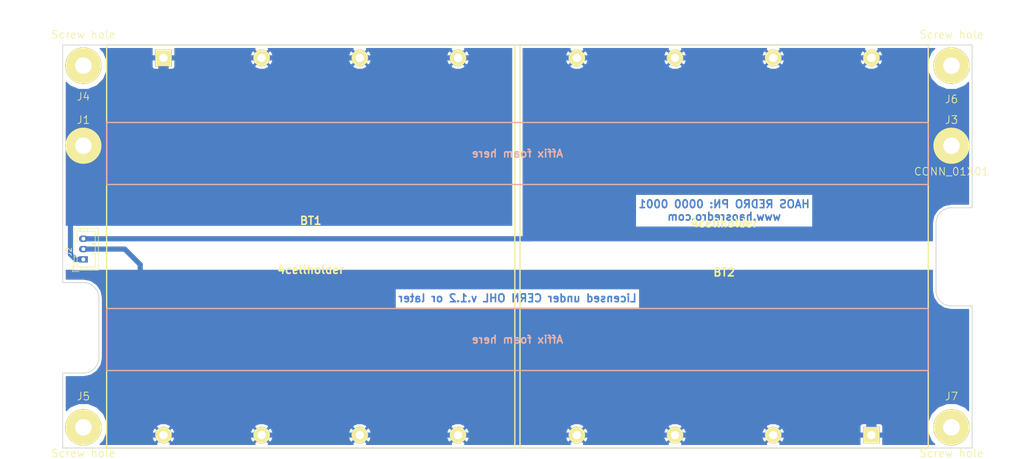
<source format=kicad_pcb>
(kicad_pcb (version 4) (host pcbnew 4.0.6)

  (general
    (links 18)
    (no_connects 0)
    (area 47.650001 52.8 249.85 141.475)
    (thickness 1.6)
    (drawings 32)
    (tracks 34)
    (zones 0)
    (modules 9)
    (nets 8)
  )

  (page A4)
  (layers
    (0 F.Cu signal)
    (31 B.Cu signal)
    (32 B.Adhes user)
    (33 F.Adhes user)
    (34 B.Paste user)
    (35 F.Paste user)
    (36 B.SilkS user)
    (37 F.SilkS user)
    (38 B.Mask user)
    (39 F.Mask user)
    (40 Dwgs.User user)
    (41 Cmts.User user)
    (42 Eco1.User user)
    (43 Eco2.User user)
    (44 Edge.Cuts user)
    (45 Margin user)
    (46 B.CrtYd user)
    (47 F.CrtYd user)
    (48 B.Fab user)
    (49 F.Fab user)
  )

  (setup
    (last_trace_width 0.25)
    (user_trace_width 0.5)
    (user_trace_width 1)
    (user_trace_width 2)
    (trace_clearance 0.2)
    (zone_clearance 0.508)
    (zone_45_only no)
    (trace_min 0.2)
    (segment_width 0.25)
    (edge_width 0.15)
    (via_size 0.6)
    (via_drill 0.4)
    (via_min_size 0.4)
    (via_min_drill 0.3)
    (uvia_size 0.3)
    (uvia_drill 0.1)
    (uvias_allowed no)
    (uvia_min_size 0.2)
    (uvia_min_drill 0.1)
    (pcb_text_width 0.3)
    (pcb_text_size 1.5 1.5)
    (mod_edge_width 0.15)
    (mod_text_size 1 1)
    (mod_text_width 0.15)
    (pad_size 7 7)
    (pad_drill 3.2)
    (pad_to_mask_clearance 0.2)
    (aux_axis_origin 0 0)
    (visible_elements 7FFFFFFF)
    (pcbplotparams
      (layerselection 0x01070_80000000)
      (usegerberextensions false)
      (excludeedgelayer true)
      (linewidth 0.100000)
      (plotframeref false)
      (viasonmask false)
      (mode 1)
      (useauxorigin false)
      (hpglpennumber 1)
      (hpglpenspeed 20)
      (hpglpendiameter 15)
      (hpglpenoverlay 2)
      (psnegative false)
      (psa4output false)
      (plotreference true)
      (plotvalue false)
      (plotinvisibletext false)
      (padsonsilk false)
      (subtractmaskfromsilk false)
      (outputformat 1)
      (mirror false)
      (drillshape 0)
      (scaleselection 1)
      (outputdirectory fab))
  )

  (net 0 "")
  (net 1 "Net-(BT1-Pad1)")
  (net 2 "Net-(BT1-Pad2)")
  (net 3 "Net-(BT2-Pad2)")
  (net 4 "Net-(J4-Pad1)")
  (net 5 "Net-(J5-Pad1)")
  (net 6 "Net-(J6-Pad1)")
  (net 7 "Net-(J7-Pad1)")

  (net_class Default "This is the default net class."
    (clearance 0.2)
    (trace_width 0.25)
    (via_dia 0.6)
    (via_drill 0.4)
    (uvia_dia 0.3)
    (uvia_drill 0.1)
    (add_net "Net-(BT1-Pad1)")
    (add_net "Net-(BT1-Pad2)")
    (add_net "Net-(BT2-Pad2)")
    (add_net "Net-(J4-Pad1)")
    (add_net "Net-(J5-Pad1)")
    (add_net "Net-(J6-Pad1)")
    (add_net "Net-(J7-Pad1)")
  )

  (module HR-parts:BH-81650-4-1 (layer F.Cu) (tedit 5AE19659) (tstamp 5AE19783)
    (at 188 100 180)
    (path /5A444C87)
    (fp_text reference BT2 (at 0 -5 180) (layer F.SilkS)
      (effects (font (thickness 0.3048)))
    )
    (fp_text value 4cellholder (at 0 4.5 180) (layer F.SilkS)
      (effects (font (thickness 0.3048)))
    )
    (fp_line (start 39.5 39) (end -39.5 39) (layer F.SilkS) (width 0.25))
    (fp_line (start -39.5 39) (end -39.5 -39) (layer F.SilkS) (width 0.25))
    (fp_line (start -39.5 -39) (end 39.5 -39) (layer F.SilkS) (width 0.25))
    (fp_line (start 39.5 -39) (end 39.5 39) (layer F.SilkS) (width 0.25))
    (pad 1 thru_hole rect (at -28.5 -36.5 180) (size 3.2 3.2) (drill 1.6) (layers *.Cu *.Mask F.SilkS)
      (net 2 "Net-(BT1-Pad2)"))
    (pad 3 thru_hole circle (at -9.5 -36.5 180) (size 3.2 3.2) (drill 1.6) (layers *.Cu *.Mask F.SilkS)
      (net 2 "Net-(BT1-Pad2)"))
    (pad 5 thru_hole circle (at 9.5 -36.5 180) (size 3.2 3.2) (drill 1.6) (layers *.Cu *.Mask F.SilkS)
      (net 2 "Net-(BT1-Pad2)"))
    (pad 7 thru_hole circle (at 28.5 -36.5 180) (size 3.2 3.2) (drill 1.6) (layers *.Cu *.Mask F.SilkS)
      (net 2 "Net-(BT1-Pad2)"))
    (pad 2 thru_hole circle (at -28.5 36.5 180) (size 3.2 3.2) (drill 1.6) (layers *.Cu *.Mask F.SilkS)
      (net 3 "Net-(BT2-Pad2)"))
    (pad 4 thru_hole circle (at -9.5 36.5 180) (size 3.2 3.2) (drill 1.6) (layers *.Cu *.Mask F.SilkS)
      (net 3 "Net-(BT2-Pad2)"))
    (pad 6 thru_hole circle (at 9.5 36.5 180) (size 3.2 3.2) (drill 1.6) (layers *.Cu *.Mask F.SilkS)
      (net 3 "Net-(BT2-Pad2)"))
    (pad 8 thru_hole circle (at 28.5 36.5 180) (size 3.2 3.2) (drill 1.6) (layers *.Cu *.Mask F.SilkS)
      (net 3 "Net-(BT2-Pad2)"))
  )

  (module Connectors_JST:JST_PH_B3B-PH-K_03x2.00mm_Straight (layer F.Cu) (tedit 58D3FE4F) (tstamp 5A44C3AC)
    (at 64 102.5 90)
    (descr "JST PH series connector, B3B-PH-K, top entry type, through hole, Datasheet: http://www.jst-mfg.com/product/pdf/eng/ePH.pdf")
    (tags "connector jst ph")
    (path /5A44C452)
    (fp_text reference J2 (at 1.5 -2.8 90) (layer F.SilkS)
      (effects (font (size 1 1) (thickness 0.15)))
    )
    (fp_text value CONN_01X03 (at 2 3.8 90) (layer F.Fab)
      (effects (font (size 1 1) (thickness 0.15)))
    )
    (fp_line (start -2.05 -1.8) (end -2.05 2.9) (layer F.SilkS) (width 0.12))
    (fp_line (start -2.05 2.9) (end 6.05 2.9) (layer F.SilkS) (width 0.12))
    (fp_line (start 6.05 2.9) (end 6.05 -1.8) (layer F.SilkS) (width 0.12))
    (fp_line (start 6.05 -1.8) (end -2.05 -1.8) (layer F.SilkS) (width 0.12))
    (fp_line (start 0.5 -1.8) (end 0.5 -1.2) (layer F.SilkS) (width 0.12))
    (fp_line (start 0.5 -1.2) (end -1.45 -1.2) (layer F.SilkS) (width 0.12))
    (fp_line (start -1.45 -1.2) (end -1.45 2.3) (layer F.SilkS) (width 0.12))
    (fp_line (start -1.45 2.3) (end 5.45 2.3) (layer F.SilkS) (width 0.12))
    (fp_line (start 5.45 2.3) (end 5.45 -1.2) (layer F.SilkS) (width 0.12))
    (fp_line (start 5.45 -1.2) (end 3.5 -1.2) (layer F.SilkS) (width 0.12))
    (fp_line (start 3.5 -1.2) (end 3.5 -1.8) (layer F.SilkS) (width 0.12))
    (fp_line (start -2.05 -0.5) (end -1.45 -0.5) (layer F.SilkS) (width 0.12))
    (fp_line (start -2.05 0.8) (end -1.45 0.8) (layer F.SilkS) (width 0.12))
    (fp_line (start 6.05 -0.5) (end 5.45 -0.5) (layer F.SilkS) (width 0.12))
    (fp_line (start 6.05 0.8) (end 5.45 0.8) (layer F.SilkS) (width 0.12))
    (fp_line (start -0.3 -1.8) (end -0.3 -2) (layer F.SilkS) (width 0.12))
    (fp_line (start -0.3 -2) (end -0.6 -2) (layer F.SilkS) (width 0.12))
    (fp_line (start -0.6 -2) (end -0.6 -1.8) (layer F.SilkS) (width 0.12))
    (fp_line (start -0.3 -1.9) (end -0.6 -1.9) (layer F.SilkS) (width 0.12))
    (fp_line (start 0.9 2.3) (end 0.9 1.8) (layer F.SilkS) (width 0.12))
    (fp_line (start 0.9 1.8) (end 1.1 1.8) (layer F.SilkS) (width 0.12))
    (fp_line (start 1.1 1.8) (end 1.1 2.3) (layer F.SilkS) (width 0.12))
    (fp_line (start 1 2.3) (end 1 1.8) (layer F.SilkS) (width 0.12))
    (fp_line (start 2.9 2.3) (end 2.9 1.8) (layer F.SilkS) (width 0.12))
    (fp_line (start 2.9 1.8) (end 3.1 1.8) (layer F.SilkS) (width 0.12))
    (fp_line (start 3.1 1.8) (end 3.1 2.3) (layer F.SilkS) (width 0.12))
    (fp_line (start 3 2.3) (end 3 1.8) (layer F.SilkS) (width 0.12))
    (fp_line (start -1.1 -2.1) (end -2.35 -2.1) (layer F.SilkS) (width 0.12))
    (fp_line (start -2.35 -2.1) (end -2.35 -0.85) (layer F.SilkS) (width 0.12))
    (fp_line (start -1.1 -2.1) (end -2.35 -2.1) (layer F.Fab) (width 0.1))
    (fp_line (start -2.35 -2.1) (end -2.35 -0.85) (layer F.Fab) (width 0.1))
    (fp_line (start -1.95 -1.7) (end -1.95 2.8) (layer F.Fab) (width 0.1))
    (fp_line (start -1.95 2.8) (end 5.95 2.8) (layer F.Fab) (width 0.1))
    (fp_line (start 5.95 2.8) (end 5.95 -1.7) (layer F.Fab) (width 0.1))
    (fp_line (start 5.95 -1.7) (end -1.95 -1.7) (layer F.Fab) (width 0.1))
    (fp_line (start -2.45 -2.2) (end -2.45 3.3) (layer F.CrtYd) (width 0.05))
    (fp_line (start -2.45 3.3) (end 6.45 3.3) (layer F.CrtYd) (width 0.05))
    (fp_line (start 6.45 3.3) (end 6.45 -2.2) (layer F.CrtYd) (width 0.05))
    (fp_line (start 6.45 -2.2) (end -2.45 -2.2) (layer F.CrtYd) (width 0.05))
    (fp_text user %R (at 2 1.5 90) (layer F.Fab)
      (effects (font (size 1 1) (thickness 0.15)))
    )
    (pad 1 thru_hole rect (at 0 0 90) (size 1.2 1.7) (drill 0.75) (layers *.Cu *.Mask)
      (net 1 "Net-(BT1-Pad1)"))
    (pad 2 thru_hole oval (at 2 0 90) (size 1.2 1.7) (drill 0.75) (layers *.Cu *.Mask)
      (net 2 "Net-(BT1-Pad2)"))
    (pad 3 thru_hole oval (at 4 0 90) (size 1.2 1.7) (drill 0.75) (layers *.Cu *.Mask)
      (net 3 "Net-(BT2-Pad2)"))
    (model ${KISYS3DMOD}/Connectors_JST.3dshapes/JST_PH_B3B-PH-K_03x2.00mm_Straight.wrl
      (at (xyz 0 0 0))
      (scale (xyz 1 1 1))
      (rotate (xyz 0 0 0))
    )
  )

  (module HR-parts:BH-81650-4-1 (layer F.Cu) (tedit 5AE19659) (tstamp 5AE19773)
    (at 108 100)
    (path /5A444C0A)
    (fp_text reference BT1 (at 0 -5) (layer F.SilkS)
      (effects (font (thickness 0.3048)))
    )
    (fp_text value 4cellholder (at 0 4.5) (layer F.SilkS)
      (effects (font (thickness 0.3048)))
    )
    (fp_line (start 39.5 39) (end -39.5 39) (layer F.SilkS) (width 0.25))
    (fp_line (start -39.5 39) (end -39.5 -39) (layer F.SilkS) (width 0.25))
    (fp_line (start -39.5 -39) (end 39.5 -39) (layer F.SilkS) (width 0.25))
    (fp_line (start 39.5 -39) (end 39.5 39) (layer F.SilkS) (width 0.25))
    (pad 1 thru_hole rect (at -28.5 -36.5) (size 3.2 3.2) (drill 1.6) (layers *.Cu *.Mask F.SilkS)
      (net 1 "Net-(BT1-Pad1)"))
    (pad 3 thru_hole circle (at -9.5 -36.5) (size 3.2 3.2) (drill 1.6) (layers *.Cu *.Mask F.SilkS)
      (net 1 "Net-(BT1-Pad1)"))
    (pad 5 thru_hole circle (at 9.5 -36.5) (size 3.2 3.2) (drill 1.6) (layers *.Cu *.Mask F.SilkS)
      (net 1 "Net-(BT1-Pad1)"))
    (pad 7 thru_hole circle (at 28.5 -36.5) (size 3.2 3.2) (drill 1.6) (layers *.Cu *.Mask F.SilkS)
      (net 1 "Net-(BT1-Pad1)"))
    (pad 2 thru_hole circle (at -28.5 36.5) (size 3.2 3.2) (drill 1.6) (layers *.Cu *.Mask F.SilkS)
      (net 2 "Net-(BT1-Pad2)"))
    (pad 4 thru_hole circle (at -9.5 36.5) (size 3.2 3.2) (drill 1.6) (layers *.Cu *.Mask F.SilkS)
      (net 2 "Net-(BT1-Pad2)"))
    (pad 6 thru_hole circle (at 9.5 36.5) (size 3.2 3.2) (drill 1.6) (layers *.Cu *.Mask F.SilkS)
      (net 2 "Net-(BT1-Pad2)"))
    (pad 8 thru_hole circle (at 28.5 36.5) (size 3.2 3.2) (drill 1.6) (layers *.Cu *.Mask F.SilkS)
      (net 2 "Net-(BT1-Pad2)"))
  )

  (module HR-parts:MH-H3.2-P7 (layer F.Cu) (tedit 5AE1D4B4) (tstamp 5AE19784)
    (at 64 80.5)
    (path /5A44B7EB)
    (fp_text reference J1 (at 0 -5) (layer F.SilkS)
      (effects (font (size 1.5 1.5) (thickness 0.15)))
    )
    (fp_text value CONN_01X01 (at 0 5) (layer F.SilkS) hide
      (effects (font (size 1.5 1.5) (thickness 0.15)))
    )
    (pad 1 thru_hole circle (at 0 0) (size 7 7) (drill 3.2) (layers *.Cu *.Mask F.SilkS)
      (net 1 "Net-(BT1-Pad1)") (zone_connect 2))
  )

  (module HR-parts:MH-H3.2-P7 (layer F.Cu) (tedit 5AE1D4A7) (tstamp 5AE19788)
    (at 232 80.5)
    (path /5A44B860)
    (fp_text reference J3 (at 0 -5) (layer F.SilkS)
      (effects (font (size 1.5 1.5) (thickness 0.15)))
    )
    (fp_text value CONN_01X01 (at 0 5) (layer F.SilkS)
      (effects (font (size 1.5 1.5) (thickness 0.15)))
    )
    (pad 1 thru_hole circle (at 0 0) (size 7 7) (drill 3.2) (layers *.Cu *.Mask F.SilkS)
      (net 3 "Net-(BT2-Pad2)") (zone_connect 2))
  )

  (module HR-parts:MH-H3.2-P7 (layer F.Cu) (tedit 5AE1EC0D) (tstamp 5AE1978C)
    (at 64 65)
    (path /5A44510A)
    (fp_text reference J4 (at 0 6) (layer F.SilkS)
      (effects (font (size 1.5 1.5) (thickness 0.15)))
    )
    (fp_text value "Screw hole" (at 0 -6) (layer F.SilkS)
      (effects (font (size 1.5 1.5) (thickness 0.15)))
    )
    (pad 1 thru_hole circle (at 0 0) (size 7 7) (drill 3.2) (layers *.Cu *.Mask F.SilkS)
      (net 4 "Net-(J4-Pad1)") (clearance 1))
  )

  (module HR-parts:MH-H3.2-P7 (layer F.Cu) (tedit 5AE1EC11) (tstamp 5AE19790)
    (at 64 135)
    (path /5A44526D)
    (fp_text reference J5 (at 0 -6) (layer F.SilkS)
      (effects (font (size 1.5 1.5) (thickness 0.15)))
    )
    (fp_text value "Screw hole" (at 0 5) (layer F.SilkS)
      (effects (font (size 1.5 1.5) (thickness 0.15)))
    )
    (pad 1 thru_hole circle (at 0 0) (size 7 7) (drill 3.2) (layers *.Cu *.Mask F.SilkS)
      (net 5 "Net-(J5-Pad1)") (clearance 1))
  )

  (module HR-parts:MH-H3.2-P7 (layer F.Cu) (tedit 5AE1EC1F) (tstamp 5AE19794)
    (at 232 65)
    (path /5A4452C6)
    (fp_text reference J6 (at 0 6.5) (layer F.SilkS)
      (effects (font (size 1.5 1.5) (thickness 0.15)))
    )
    (fp_text value "Screw hole" (at 0 -6) (layer F.SilkS)
      (effects (font (size 1.5 1.5) (thickness 0.15)))
    )
    (pad 1 thru_hole circle (at 0 0) (size 7 7) (drill 3.2) (layers *.Cu *.Mask F.SilkS)
      (net 6 "Net-(J6-Pad1)") (clearance 1))
  )

  (module HR-parts:MH-H3.2-P7 (layer F.Cu) (tedit 5AE1EC15) (tstamp 5AE19798)
    (at 232 135)
    (path /5A44531F)
    (fp_text reference J7 (at 0 -6) (layer F.SilkS)
      (effects (font (size 1.5 1.5) (thickness 0.15)))
    )
    (fp_text value "Screw hole" (at 0 5) (layer F.SilkS)
      (effects (font (size 1.5 1.5) (thickness 0.15)))
    )
    (pad 1 thru_hole circle (at 0 0) (size 7 7) (drill 3.2) (layers *.Cu *.Mask F.SilkS)
      (net 7 "Net-(J7-Pad1)") (clearance 1))
  )

  (dimension 15.5 (width 0.3) (layer Dwgs.User)
    (gr_text "15.500 mm" (at 54.15 72.75 270) (layer Dwgs.User)
      (effects (font (size 1.5 1.5) (thickness 0.3)))
    )
    (feature1 (pts (xy 64 80.5) (xy 52.8 80.5)))
    (feature2 (pts (xy 64 65) (xy 52.8 65)))
    (crossbar (pts (xy 55.5 65) (xy 55.5 80.5)))
    (arrow1a (pts (xy 55.5 80.5) (xy 54.913579 79.373496)))
    (arrow1b (pts (xy 55.5 80.5) (xy 56.086421 79.373496)))
    (arrow2a (pts (xy 55.5 65) (xy 54.913579 66.126504)))
    (arrow2b (pts (xy 55.5 65) (xy 56.086421 66.126504)))
  )
  (gr_line (start 68.5 76) (end 68.5 88) (angle 90) (layer B.SilkS) (width 0.25))
  (gr_text "Affix foam here" (at 148 118) (layer B.SilkS)
    (effects (font (size 1.5 1.5) (thickness 0.3)) (justify mirror))
  )
  (gr_line (start 227.5 124) (end 227.5 112) (angle 90) (layer B.SilkS) (width 0.25))
  (gr_line (start 68.5 124) (end 227.5 124) (angle 90) (layer B.SilkS) (width 0.25))
  (gr_line (start 68.5 112) (end 227.5 112) (angle 90) (layer B.SilkS) (width 0.25))
  (gr_line (start 68.5 124) (end 68.5 112) (angle 90) (layer B.SilkS) (width 0.25))
  (gr_text "Affix foam here" (at 148 82) (layer B.SilkS)
    (effects (font (size 1.5 1.5) (thickness 0.3)) (justify mirror))
  )
  (gr_line (start 227.5 88) (end 227.5 76) (angle 90) (layer B.SilkS) (width 0.25))
  (gr_line (start 68.5 88) (end 227.5 88) (angle 90) (layer B.SilkS) (width 0.25))
  (gr_line (start 68.5 76) (end 227.5 76) (angle 90) (layer B.SilkS) (width 0.25))
  (dimension 176 (width 0.3) (layer Dwgs.User)
    (gr_text "176.000 mm" (at 148 54.15) (layer Dwgs.User)
      (effects (font (size 1.5 1.5) (thickness 0.3)))
    )
    (feature1 (pts (xy 236 61) (xy 236 52.8)))
    (feature2 (pts (xy 60 61) (xy 60 52.8)))
    (crossbar (pts (xy 60 55.5) (xy 236 55.5)))
    (arrow1a (pts (xy 236 55.5) (xy 234.873496 56.086421)))
    (arrow1b (pts (xy 236 55.5) (xy 234.873496 54.913579)))
    (arrow2a (pts (xy 60 55.5) (xy 61.126504 56.086421)))
    (arrow2b (pts (xy 60 55.5) (xy 61.126504 54.913579)))
  )
  (dimension 78 (width 0.3) (layer Dwgs.User)
    (gr_text "78.000 mm" (at 243.35 100 270) (layer Dwgs.User)
      (effects (font (size 1.5 1.5) (thickness 0.3)))
    )
    (feature1 (pts (xy 236 139) (xy 244.7 139)))
    (feature2 (pts (xy 236 61) (xy 244.7 61)))
    (crossbar (pts (xy 242 61) (xy 242 139)))
    (arrow1a (pts (xy 242 139) (xy 241.413579 137.873496)))
    (arrow1b (pts (xy 242 139) (xy 242.586421 137.873496)))
    (arrow2a (pts (xy 242 61) (xy 241.413579 62.126504)))
    (arrow2b (pts (xy 242 61) (xy 242.586421 62.126504)))
  )
  (gr_line (start 60 61) (end 60 107) (angle 90) (layer Edge.Cuts) (width 0.15))
  (gr_line (start 236 61) (end 60 61) (angle 90) (layer Edge.Cuts) (width 0.15))
  (gr_line (start 236 92.5) (end 236 61) (angle 90) (layer Edge.Cuts) (width 0.15))
  (gr_line (start 236 111.5) (end 236 139) (angle 90) (layer Edge.Cuts) (width 0.15))
  (gr_line (start 60 139) (end 60 124.5) (angle 90) (layer Edge.Cuts) (width 0.15))
  (gr_line (start 236 139) (end 60 139) (angle 90) (layer Edge.Cuts) (width 0.15))
  (gr_line (start 232 92.5) (end 236 92.5) (angle 90) (layer Edge.Cuts) (width 0.15))
  (gr_line (start 229 108.5) (end 229 95.5) (angle 90) (layer Edge.Cuts) (width 0.15))
  (gr_line (start 232 111.5) (end 236 111.5) (angle 90) (layer Edge.Cuts) (width 0.15))
  (gr_arc (start 232 95.5) (end 229 95.5) (angle 90) (layer Edge.Cuts) (width 0.15))
  (gr_arc (start 232 108.5) (end 232 111.5) (angle 90) (layer Edge.Cuts) (width 0.15))
  (gr_text "Licensed under CERN OHL v.1.2 or later" (at 148 110) (layer B.Cu)
    (effects (font (size 1.5 1.5) (thickness 0.3)) (justify mirror))
  )
  (gr_text "HAOS REDRO PN: 0000 0001\nwww.haosredro.com" (at 188 93) (layer B.Cu)
    (effects (font (size 1.5 1.5) (thickness 0.3)) (justify mirror))
  )
  (gr_line (start 60 124.5) (end 64 124.5) (angle 90) (layer Edge.Cuts) (width 0.15))
  (gr_line (start 67 110) (end 67 121.5) (angle 90) (layer Edge.Cuts) (width 0.15))
  (gr_line (start 60 107) (end 64 107) (angle 90) (layer Edge.Cuts) (width 0.15))
  (gr_arc (start 64 121.5) (end 67 121.5) (angle 90) (layer Edge.Cuts) (width 0.15))
  (gr_arc (start 64 110) (end 64 107) (angle 90) (layer Edge.Cuts) (width 0.15))
  (gr_line (start 64 80.5) (end 232 80.5) (angle 90) (layer Dwgs.User) (width 0.2))

  (segment (start 79.5 63.5) (end 79.5 67.5) (width 2) (layer B.Cu) (net 1))
  (segment (start 64 102.5) (end 62.5 102.5) (width 1) (layer B.Cu) (net 1))
  (segment (start 75 63.5) (end 78.5 63.5) (width 1) (layer B.Cu) (net 1) (tstamp 5A44C9AF))
  (segment (start 75 90) (end 75 63.5) (width 1) (layer B.Cu) (net 1) (tstamp 5A44C9A9))
  (segment (start 72 93) (end 75 90) (width 1) (layer B.Cu) (net 1) (tstamp 5A44C9A1))
  (segment (start 63.5 93) (end 72 93) (width 1) (layer B.Cu) (net 1) (tstamp 5A44C99F))
  (segment (start 61.5 95) (end 63.5 93) (width 1) (layer B.Cu) (net 1) (tstamp 5A44C998))
  (segment (start 61.5 101.5) (end 61.5 95) (width 1) (layer B.Cu) (net 1) (tstamp 5A44C995))
  (segment (start 62.5 102.5) (end 61.5 101.5) (width 1) (layer B.Cu) (net 1) (tstamp 5A44C992))
  (segment (start 78.5 63.5) (end 98 63.5) (width 1) (layer B.Cu) (net 1) (tstamp 5A44C9B1))
  (segment (start 98 63.5) (end 118 63.5) (width 1) (layer B.Cu) (net 1) (tstamp 5A44C9B3))
  (segment (start 118 63.5) (end 137.5 63.5) (width 1) (layer B.Cu) (net 1) (tstamp 5A44C9B4))
  (segment (start 137.5 63.5) (end 142.5 63.5) (width 1) (layer B.Cu) (net 1) (tstamp 5A44C9B6))
  (segment (start 216.5 136.5) (end 216.5 132.5) (width 2) (layer B.Cu) (net 2))
  (segment (start 64 100.5) (end 72 100.5) (width 1) (layer B.Cu) (net 2))
  (segment (start 75 136.5) (end 78.5 136.5) (width 1) (layer B.Cu) (net 2))
  (segment (start 75 103.5) (end 75 136.5) (width 1) (layer B.Cu) (net 2) (tstamp 5A44C962))
  (segment (start 72 100.5) (end 75 103.5) (width 1) (layer B.Cu) (net 2) (tstamp 5A44C958))
  (segment (start 78.5 136.5) (end 98 136.5) (width 1) (layer B.Cu) (net 2) (tstamp 5A44C939))
  (segment (start 98 136.5) (end 118 136.5) (width 1) (layer B.Cu) (net 2) (tstamp 5A44C93B))
  (segment (start 118 136.5) (end 137.5 136.5) (width 1) (layer B.Cu) (net 2) (tstamp 5A44C93E))
  (segment (start 137.5 136.5) (end 158.5 136.5) (width 1) (layer B.Cu) (net 2) (tstamp 5A44C940) (status 20))
  (segment (start 158.5 136.5) (end 178 136.5) (width 1) (layer B.Cu) (net 2) (tstamp 5A44C943) (status 30))
  (segment (start 178 136.5) (end 198 136.5) (width 1) (layer B.Cu) (net 2) (tstamp 5A44C945) (status 30))
  (segment (start 198 136.5) (end 217.5 136.5) (width 1) (layer B.Cu) (net 2) (tstamp 5A44C947) (status 30))
  (segment (start 217.5 136.5) (end 221.5 136.5) (width 1) (layer B.Cu) (net 2) (tstamp 5A44C94A) (status 10))
  (segment (start 64 98.5) (end 150.5 98.5) (width 1) (layer B.Cu) (net 3))
  (segment (start 155.5 63.5) (end 178 63.5) (width 1) (layer B.Cu) (net 3) (tstamp 5A44C980) (status 20))
  (segment (start 154 65) (end 155.5 63.5) (width 1) (layer B.Cu) (net 3) (tstamp 5A44C97B))
  (segment (start 154 95) (end 154 65) (width 1) (layer B.Cu) (net 3) (tstamp 5A44C976))
  (segment (start 150.5 98.5) (end 154 95) (width 1) (layer B.Cu) (net 3) (tstamp 5A44C970))
  (segment (start 178 63.5) (end 198 63.5) (width 1) (layer B.Cu) (net 3) (tstamp 5A44C981) (status 30))
  (segment (start 198 63.5) (end 217.5 63.5) (width 1) (layer B.Cu) (net 3) (tstamp 5A44C982) (status 30))
  (segment (start 217.5 63.5) (end 221.5 63.5) (width 1) (layer B.Cu) (net 3) (tstamp 5A44C984) (status 10))

  (zone (net 1) (net_name "Net-(BT1-Pad1)") (layer B.Cu) (tstamp 5A44C664) (hatch edge 0.508)
    (connect_pads (clearance 0.508))
    (min_thickness 0.254)
    (fill yes (arc_segments 16) (thermal_gap 0.508) (thermal_bridge_width 0.508))
    (polygon
      (pts
        (xy 60 96) (xy 60 61) (xy 147 61) (xy 147 96)
      )
    )
    (filled_polygon
      (pts
        (xy 77.265 61.77369) (xy 77.265 63.21425) (xy 77.42375 63.373) (xy 79.373 63.373) (xy 79.373 63.353)
        (xy 79.627 63.353) (xy 79.627 63.373) (xy 81.57625 63.373) (xy 81.735 63.21425) (xy 81.735 63.092346)
        (xy 96.257974 63.092346) (xy 96.272635 63.981363) (xy 96.58464 64.73461) (xy 96.913798 64.906597) (xy 98.320395 63.5)
        (xy 98.679605 63.5) (xy 100.086202 64.906597) (xy 100.41536 64.73461) (xy 100.742026 63.907654) (xy 100.728581 63.092346)
        (xy 115.257974 63.092346) (xy 115.272635 63.981363) (xy 115.58464 64.73461) (xy 115.913798 64.906597) (xy 117.320395 63.5)
        (xy 117.679605 63.5) (xy 119.086202 64.906597) (xy 119.41536 64.73461) (xy 119.742026 63.907654) (xy 119.728581 63.092346)
        (xy 134.257974 63.092346) (xy 134.272635 63.981363) (xy 134.58464 64.73461) (xy 134.913798 64.906597) (xy 136.320395 63.5)
        (xy 136.679605 63.5) (xy 138.086202 64.906597) (xy 138.41536 64.73461) (xy 138.742026 63.907654) (xy 138.727365 63.018637)
        (xy 138.41536 62.26539) (xy 138.086202 62.093403) (xy 136.679605 63.5) (xy 136.320395 63.5) (xy 134.913798 62.093403)
        (xy 134.58464 62.26539) (xy 134.257974 63.092346) (xy 119.728581 63.092346) (xy 119.727365 63.018637) (xy 119.41536 62.26539)
        (xy 119.086202 62.093403) (xy 117.679605 63.5) (xy 117.320395 63.5) (xy 115.913798 62.093403) (xy 115.58464 62.26539)
        (xy 115.257974 63.092346) (xy 100.728581 63.092346) (xy 100.727365 63.018637) (xy 100.41536 62.26539) (xy 100.086202 62.093403)
        (xy 98.679605 63.5) (xy 98.320395 63.5) (xy 96.913798 62.093403) (xy 96.58464 62.26539) (xy 96.257974 63.092346)
        (xy 81.735 63.092346) (xy 81.735 61.77369) (xy 81.708619 61.71) (xy 97.199889 61.71) (xy 97.093403 61.913798)
        (xy 98.5 63.320395) (xy 99.906597 61.913798) (xy 99.800111 61.71) (xy 116.199889 61.71) (xy 116.093403 61.913798)
        (xy 117.5 63.320395) (xy 118.906597 61.913798) (xy 118.800111 61.71) (xy 135.199889 61.71) (xy 135.093403 61.913798)
        (xy 136.5 63.320395) (xy 137.906597 61.913798) (xy 137.800111 61.71) (xy 146.873 61.71) (xy 146.873 95.873)
        (xy 60.71 95.873) (xy 60.71 68.253537) (xy 61.375593 68.920292) (xy 63.075595 69.626195) (xy 64.916329 69.627801)
        (xy 66.617561 68.924867) (xy 67.920292 67.624407) (xy 68.626195 65.924405) (xy 68.627801 64.083671) (xy 68.504703 63.78575)
        (xy 77.265 63.78575) (xy 77.265 65.22631) (xy 77.361673 65.459699) (xy 77.540302 65.638327) (xy 77.773691 65.735)
        (xy 79.21425 65.735) (xy 79.373 65.57625) (xy 79.373 63.627) (xy 79.627 63.627) (xy 79.627 65.57625)
        (xy 79.78575 65.735) (xy 81.226309 65.735) (xy 81.459698 65.638327) (xy 81.638327 65.459699) (xy 81.735 65.22631)
        (xy 81.735 65.086202) (xy 97.093403 65.086202) (xy 97.26539 65.41536) (xy 98.092346 65.742026) (xy 98.981363 65.727365)
        (xy 99.73461 65.41536) (xy 99.906597 65.086202) (xy 116.093403 65.086202) (xy 116.26539 65.41536) (xy 117.092346 65.742026)
        (xy 117.981363 65.727365) (xy 118.73461 65.41536) (xy 118.906597 65.086202) (xy 135.093403 65.086202) (xy 135.26539 65.41536)
        (xy 136.092346 65.742026) (xy 136.981363 65.727365) (xy 137.73461 65.41536) (xy 137.906597 65.086202) (xy 136.5 63.679605)
        (xy 135.093403 65.086202) (xy 118.906597 65.086202) (xy 117.5 63.679605) (xy 116.093403 65.086202) (xy 99.906597 65.086202)
        (xy 98.5 63.679605) (xy 97.093403 65.086202) (xy 81.735 65.086202) (xy 81.735 63.78575) (xy 81.57625 63.627)
        (xy 79.627 63.627) (xy 79.373 63.627) (xy 77.42375 63.627) (xy 77.265 63.78575) (xy 68.504703 63.78575)
        (xy 67.924867 62.382439) (xy 67.2536 61.71) (xy 77.291381 61.71)
      )
    )
  )
  (zone (net 2) (net_name "Net-(BT1-Pad2)") (layer B.Cu) (tstamp 5A44C697) (hatch edge 0.508)
    (connect_pads (clearance 0.508))
    (min_thickness 0.254)
    (fill yes (arc_segments 16) (thermal_gap 0.508) (thermal_bridge_width 0.508))
    (polygon
      (pts
        (xy 60 139) (xy 60 104.5) (xy 236 104.5) (xy 236 139)
      )
    )
    (filled_polygon
      (pts
        (xy 228.29 108.5) (xy 228.303642 108.568584) (xy 228.303642 108.638514) (xy 228.532003 109.786564) (xy 228.620412 110)
        (xy 228.638018 110.042505) (xy 229.288337 111.015775) (xy 229.484225 111.211663) (xy 230.457495 111.861982) (xy 230.535889 111.894454)
        (xy 230.713436 111.967997) (xy 231.861487 112.196358) (xy 231.931416 112.196358) (xy 232 112.21) (xy 235.29 112.21)
        (xy 235.29 131.746463) (xy 234.624407 131.079708) (xy 232.924405 130.373805) (xy 231.083671 130.372199) (xy 229.382439 131.075133)
        (xy 228.079708 132.375593) (xy 227.373805 134.075595) (xy 227.372199 135.916329) (xy 228.075133 137.617561) (xy 228.7464 138.29)
        (xy 218.708619 138.29) (xy 218.735 138.22631) (xy 218.735 136.78575) (xy 218.57625 136.627) (xy 216.627 136.627)
        (xy 216.627 136.647) (xy 216.373 136.647) (xy 216.373 136.627) (xy 214.42375 136.627) (xy 214.265 136.78575)
        (xy 214.265 138.22631) (xy 214.291381 138.29) (xy 198.800111 138.29) (xy 198.906597 138.086202) (xy 197.5 136.679605)
        (xy 196.093403 138.086202) (xy 196.199889 138.29) (xy 179.800111 138.29) (xy 179.906597 138.086202) (xy 178.5 136.679605)
        (xy 177.093403 138.086202) (xy 177.199889 138.29) (xy 160.800111 138.29) (xy 160.906597 138.086202) (xy 159.5 136.679605)
        (xy 158.093403 138.086202) (xy 158.199889 138.29) (xy 137.800111 138.29) (xy 137.906597 138.086202) (xy 136.5 136.679605)
        (xy 135.093403 138.086202) (xy 135.199889 138.29) (xy 118.800111 138.29) (xy 118.906597 138.086202) (xy 117.5 136.679605)
        (xy 116.093403 138.086202) (xy 116.199889 138.29) (xy 99.800111 138.29) (xy 99.906597 138.086202) (xy 98.5 136.679605)
        (xy 97.093403 138.086202) (xy 97.199889 138.29) (xy 80.800111 138.29) (xy 80.906597 138.086202) (xy 79.5 136.679605)
        (xy 78.093403 138.086202) (xy 78.199889 138.29) (xy 67.253537 138.29) (xy 67.920292 137.624407) (xy 68.556459 136.092346)
        (xy 77.257974 136.092346) (xy 77.272635 136.981363) (xy 77.58464 137.73461) (xy 77.913798 137.906597) (xy 79.320395 136.5)
        (xy 79.679605 136.5) (xy 81.086202 137.906597) (xy 81.41536 137.73461) (xy 81.742026 136.907654) (xy 81.728581 136.092346)
        (xy 96.257974 136.092346) (xy 96.272635 136.981363) (xy 96.58464 137.73461) (xy 96.913798 137.906597) (xy 98.320395 136.5)
        (xy 98.679605 136.5) (xy 100.086202 137.906597) (xy 100.41536 137.73461) (xy 100.742026 136.907654) (xy 100.728581 136.092346)
        (xy 115.257974 136.092346) (xy 115.272635 136.981363) (xy 115.58464 137.73461) (xy 115.913798 137.906597) (xy 117.320395 136.5)
        (xy 117.679605 136.5) (xy 119.086202 137.906597) (xy 119.41536 137.73461) (xy 119.742026 136.907654) (xy 119.728581 136.092346)
        (xy 134.257974 136.092346) (xy 134.272635 136.981363) (xy 134.58464 137.73461) (xy 134.913798 137.906597) (xy 136.320395 136.5)
        (xy 136.679605 136.5) (xy 138.086202 137.906597) (xy 138.41536 137.73461) (xy 138.742026 136.907654) (xy 138.728581 136.092346)
        (xy 157.257974 136.092346) (xy 157.272635 136.981363) (xy 157.58464 137.73461) (xy 157.913798 137.906597) (xy 159.320395 136.5)
        (xy 159.679605 136.5) (xy 161.086202 137.906597) (xy 161.41536 137.73461) (xy 161.742026 136.907654) (xy 161.728581 136.092346)
        (xy 176.257974 136.092346) (xy 176.272635 136.981363) (xy 176.58464 137.73461) (xy 176.913798 137.906597) (xy 178.320395 136.5)
        (xy 178.679605 136.5) (xy 180.086202 137.906597) (xy 180.41536 137.73461) (xy 180.742026 136.907654) (xy 180.728581 136.092346)
        (xy 195.257974 136.092346) (xy 195.272635 136.981363) (xy 195.58464 137.73461) (xy 195.913798 137.906597) (xy 197.320395 136.5)
        (xy 197.679605 136.5) (xy 199.086202 137.906597) (xy 199.41536 137.73461) (xy 199.742026 136.907654) (xy 199.727365 136.018637)
        (xy 199.41536 135.26539) (xy 199.086202 135.093403) (xy 197.679605 136.5) (xy 197.320395 136.5) (xy 195.913798 135.093403)
        (xy 195.58464 135.26539) (xy 195.257974 136.092346) (xy 180.728581 136.092346) (xy 180.727365 136.018637) (xy 180.41536 135.26539)
        (xy 180.086202 135.093403) (xy 178.679605 136.5) (xy 178.320395 136.5) (xy 176.913798 135.093403) (xy 176.58464 135.26539)
        (xy 176.257974 136.092346) (xy 161.728581 136.092346) (xy 161.727365 136.018637) (xy 161.41536 135.26539) (xy 161.086202 135.093403)
        (xy 159.679605 136.5) (xy 159.320395 136.5) (xy 157.913798 135.093403) (xy 157.58464 135.26539) (xy 157.257974 136.092346)
        (xy 138.728581 136.092346) (xy 138.727365 136.018637) (xy 138.41536 135.26539) (xy 138.086202 135.093403) (xy 136.679605 136.5)
        (xy 136.320395 136.5) (xy 134.913798 135.093403) (xy 134.58464 135.26539) (xy 134.257974 136.092346) (xy 119.728581 136.092346)
        (xy 119.727365 136.018637) (xy 119.41536 135.26539) (xy 119.086202 135.093403) (xy 117.679605 136.5) (xy 117.320395 136.5)
        (xy 115.913798 135.093403) (xy 115.58464 135.26539) (xy 115.257974 136.092346) (xy 100.728581 136.092346) (xy 100.727365 136.018637)
        (xy 100.41536 135.26539) (xy 100.086202 135.093403) (xy 98.679605 136.5) (xy 98.320395 136.5) (xy 96.913798 135.093403)
        (xy 96.58464 135.26539) (xy 96.257974 136.092346) (xy 81.728581 136.092346) (xy 81.727365 136.018637) (xy 81.41536 135.26539)
        (xy 81.086202 135.093403) (xy 79.679605 136.5) (xy 79.320395 136.5) (xy 77.913798 135.093403) (xy 77.58464 135.26539)
        (xy 77.257974 136.092346) (xy 68.556459 136.092346) (xy 68.626195 135.924405) (xy 68.627076 134.913798) (xy 78.093403 134.913798)
        (xy 79.5 136.320395) (xy 80.906597 134.913798) (xy 97.093403 134.913798) (xy 98.5 136.320395) (xy 99.906597 134.913798)
        (xy 116.093403 134.913798) (xy 117.5 136.320395) (xy 118.906597 134.913798) (xy 135.093403 134.913798) (xy 136.5 136.320395)
        (xy 137.906597 134.913798) (xy 158.093403 134.913798) (xy 159.5 136.320395) (xy 160.906597 134.913798) (xy 177.093403 134.913798)
        (xy 178.5 136.320395) (xy 179.906597 134.913798) (xy 196.093403 134.913798) (xy 197.5 136.320395) (xy 198.906597 134.913798)
        (xy 198.83339 134.77369) (xy 214.265 134.77369) (xy 214.265 136.21425) (xy 214.42375 136.373) (xy 216.373 136.373)
        (xy 216.373 134.42375) (xy 216.627 134.42375) (xy 216.627 136.373) (xy 218.57625 136.373) (xy 218.735 136.21425)
        (xy 218.735 134.77369) (xy 218.638327 134.540301) (xy 218.459698 134.361673) (xy 218.226309 134.265) (xy 216.78575 134.265)
        (xy 216.627 134.42375) (xy 216.373 134.42375) (xy 216.21425 134.265) (xy 214.773691 134.265) (xy 214.540302 134.361673)
        (xy 214.361673 134.540301) (xy 214.265 134.77369) (xy 198.83339 134.77369) (xy 198.73461 134.58464) (xy 197.907654 134.257974)
        (xy 197.018637 134.272635) (xy 196.26539 134.58464) (xy 196.093403 134.913798) (xy 179.906597 134.913798) (xy 179.73461 134.58464)
        (xy 178.907654 134.257974) (xy 178.018637 134.272635) (xy 177.26539 134.58464) (xy 177.093403 134.913798) (xy 160.906597 134.913798)
        (xy 160.73461 134.58464) (xy 159.907654 134.257974) (xy 159.018637 134.272635) (xy 158.26539 134.58464) (xy 158.093403 134.913798)
        (xy 137.906597 134.913798) (xy 137.73461 134.58464) (xy 136.907654 134.257974) (xy 136.018637 134.272635) (xy 135.26539 134.58464)
        (xy 135.093403 134.913798) (xy 118.906597 134.913798) (xy 118.73461 134.58464) (xy 117.907654 134.257974) (xy 117.018637 134.272635)
        (xy 116.26539 134.58464) (xy 116.093403 134.913798) (xy 99.906597 134.913798) (xy 99.73461 134.58464) (xy 98.907654 134.257974)
        (xy 98.018637 134.272635) (xy 97.26539 134.58464) (xy 97.093403 134.913798) (xy 80.906597 134.913798) (xy 80.73461 134.58464)
        (xy 79.907654 134.257974) (xy 79.018637 134.272635) (xy 78.26539 134.58464) (xy 78.093403 134.913798) (xy 68.627076 134.913798)
        (xy 68.627801 134.083671) (xy 67.924867 132.382439) (xy 66.624407 131.079708) (xy 64.924405 130.373805) (xy 63.083671 130.372199)
        (xy 61.382439 131.075133) (xy 60.71 131.7464) (xy 60.71 125.21) (xy 64 125.21) (xy 64.068584 125.196358)
        (xy 64.138514 125.196358) (xy 65.286564 124.967997) (xy 65.542505 124.861982) (xy 66.515775 124.211663) (xy 66.711663 124.015775)
        (xy 67.361982 123.042505) (xy 67.41067 122.924962) (xy 67.467997 122.786564) (xy 67.696358 121.638513) (xy 67.696358 121.568584)
        (xy 67.71 121.5) (xy 67.71 110) (xy 67.696358 109.931416) (xy 67.696358 109.861487) (xy 67.467997 108.713436)
        (xy 67.361982 108.457496) (xy 67.361982 108.457495) (xy 67.166543 108.165) (xy 124.329286 108.165) (xy 124.329286 111.985)
        (xy 171.670714 111.985) (xy 171.670714 108.165) (xy 124.329286 108.165) (xy 67.166543 108.165) (xy 66.711663 107.484225)
        (xy 66.515775 107.288337) (xy 65.542505 106.638018) (xy 65.286564 106.532003) (xy 64.138514 106.303642) (xy 64.068584 106.303642)
        (xy 64 106.29) (xy 60.71 106.29) (xy 60.71 104.627) (xy 228.29 104.627)
      )
    )
  )
  (zone (net 3) (net_name "Net-(BT2-Pad2)") (layer B.Cu) (tstamp 5A44C666) (hatch edge 0.508)
    (connect_pads (clearance 0.508))
    (min_thickness 0.254)
    (fill yes (arc_segments 16) (thermal_gap 0.508) (thermal_bridge_width 0.508))
    (polygon
      (pts
        (xy 149 61) (xy 149 99) (xy 236 99) (xy 236 61)
      )
    )
    (filled_polygon
      (pts
        (xy 158.093403 61.913798) (xy 159.5 63.320395) (xy 160.906597 61.913798) (xy 160.800111 61.71) (xy 177.199889 61.71)
        (xy 177.093403 61.913798) (xy 178.5 63.320395) (xy 179.906597 61.913798) (xy 179.800111 61.71) (xy 196.199889 61.71)
        (xy 196.093403 61.913798) (xy 197.5 63.320395) (xy 198.906597 61.913798) (xy 198.800111 61.71) (xy 215.199889 61.71)
        (xy 215.093403 61.913798) (xy 216.5 63.320395) (xy 217.906597 61.913798) (xy 217.800111 61.71) (xy 228.746463 61.71)
        (xy 228.079708 62.375593) (xy 227.373805 64.075595) (xy 227.372199 65.916329) (xy 228.075133 67.617561) (xy 229.375593 68.920292)
        (xy 231.075595 69.626195) (xy 232.916329 69.627801) (xy 234.617561 68.924867) (xy 235.29 68.2536) (xy 235.29 91.79)
        (xy 232 91.79) (xy 231.931416 91.803642) (xy 230.713436 92.032003) (xy 230.56351 92.094105) (xy 230.457495 92.138018)
        (xy 229.484225 92.788337) (xy 229.288337 92.984225) (xy 228.638019 93.957494) (xy 228.638018 93.957495) (xy 228.532003 94.213436)
        (xy 228.303642 95.361486) (xy 228.303642 95.431416) (xy 228.29 95.5) (xy 228.29 98.873) (xy 149.127 98.873)
        (xy 149.127 89.89) (xy 170.829287 89.89) (xy 170.829287 96.26) (xy 205.170713 96.26) (xy 205.170713 89.89)
        (xy 170.829287 89.89) (xy 149.127 89.89) (xy 149.127 65.086202) (xy 158.093403 65.086202) (xy 158.26539 65.41536)
        (xy 159.092346 65.742026) (xy 159.981363 65.727365) (xy 160.73461 65.41536) (xy 160.906597 65.086202) (xy 177.093403 65.086202)
        (xy 177.26539 65.41536) (xy 178.092346 65.742026) (xy 178.981363 65.727365) (xy 179.73461 65.41536) (xy 179.906597 65.086202)
        (xy 196.093403 65.086202) (xy 196.26539 65.41536) (xy 197.092346 65.742026) (xy 197.981363 65.727365) (xy 198.73461 65.41536)
        (xy 198.906597 65.086202) (xy 215.093403 65.086202) (xy 215.26539 65.41536) (xy 216.092346 65.742026) (xy 216.981363 65.727365)
        (xy 217.73461 65.41536) (xy 217.906597 65.086202) (xy 216.5 63.679605) (xy 215.093403 65.086202) (xy 198.906597 65.086202)
        (xy 197.5 63.679605) (xy 196.093403 65.086202) (xy 179.906597 65.086202) (xy 178.5 63.679605) (xy 177.093403 65.086202)
        (xy 160.906597 65.086202) (xy 159.5 63.679605) (xy 158.093403 65.086202) (xy 149.127 65.086202) (xy 149.127 63.092346)
        (xy 157.257974 63.092346) (xy 157.272635 63.981363) (xy 157.58464 64.73461) (xy 157.913798 64.906597) (xy 159.320395 63.5)
        (xy 159.679605 63.5) (xy 161.086202 64.906597) (xy 161.41536 64.73461) (xy 161.742026 63.907654) (xy 161.728581 63.092346)
        (xy 176.257974 63.092346) (xy 176.272635 63.981363) (xy 176.58464 64.73461) (xy 176.913798 64.906597) (xy 178.320395 63.5)
        (xy 178.679605 63.5) (xy 180.086202 64.906597) (xy 180.41536 64.73461) (xy 180.742026 63.907654) (xy 180.728581 63.092346)
        (xy 195.257974 63.092346) (xy 195.272635 63.981363) (xy 195.58464 64.73461) (xy 195.913798 64.906597) (xy 197.320395 63.5)
        (xy 197.679605 63.5) (xy 199.086202 64.906597) (xy 199.41536 64.73461) (xy 199.742026 63.907654) (xy 199.728581 63.092346)
        (xy 214.257974 63.092346) (xy 214.272635 63.981363) (xy 214.58464 64.73461) (xy 214.913798 64.906597) (xy 216.320395 63.5)
        (xy 216.679605 63.5) (xy 218.086202 64.906597) (xy 218.41536 64.73461) (xy 218.742026 63.907654) (xy 218.727365 63.018637)
        (xy 218.41536 62.26539) (xy 218.086202 62.093403) (xy 216.679605 63.5) (xy 216.320395 63.5) (xy 214.913798 62.093403)
        (xy 214.58464 62.26539) (xy 214.257974 63.092346) (xy 199.728581 63.092346) (xy 199.727365 63.018637) (xy 199.41536 62.26539)
        (xy 199.086202 62.093403) (xy 197.679605 63.5) (xy 197.320395 63.5) (xy 195.913798 62.093403) (xy 195.58464 62.26539)
        (xy 195.257974 63.092346) (xy 180.728581 63.092346) (xy 180.727365 63.018637) (xy 180.41536 62.26539) (xy 180.086202 62.093403)
        (xy 178.679605 63.5) (xy 178.320395 63.5) (xy 176.913798 62.093403) (xy 176.58464 62.26539) (xy 176.257974 63.092346)
        (xy 161.728581 63.092346) (xy 161.727365 63.018637) (xy 161.41536 62.26539) (xy 161.086202 62.093403) (xy 159.679605 63.5)
        (xy 159.320395 63.5) (xy 157.913798 62.093403) (xy 157.58464 62.26539) (xy 157.257974 63.092346) (xy 149.127 63.092346)
        (xy 149.127 61.71) (xy 158.199889 61.71)
      )
    )
  )
)

</source>
